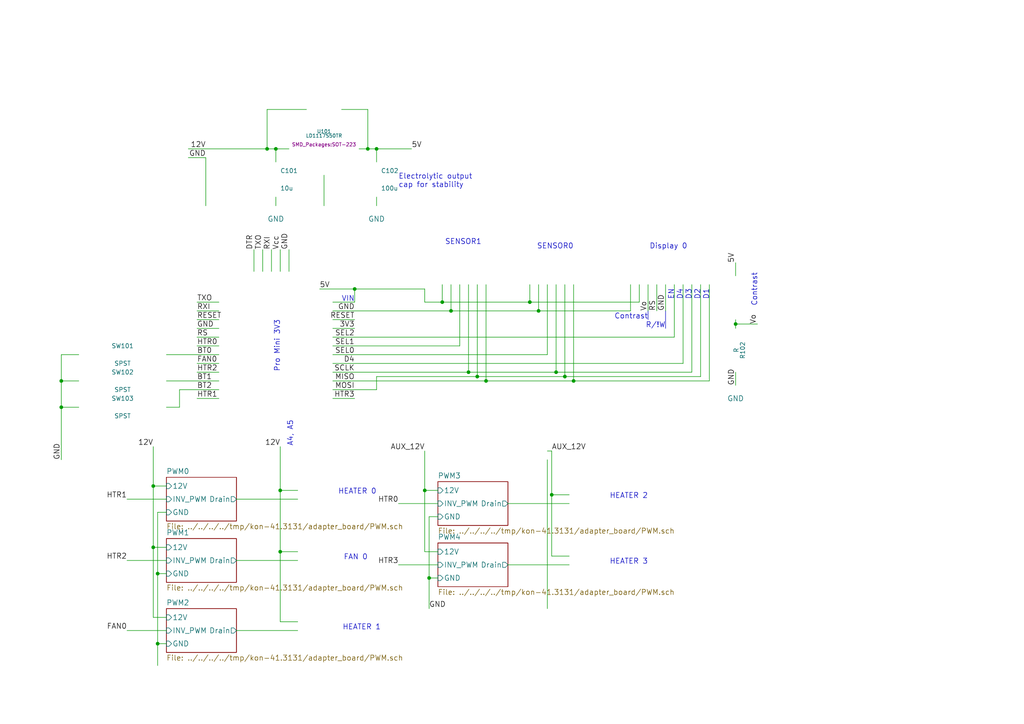
<source format=kicad_sch>
(kicad_sch (version 20230121) (generator eeschema)
  (paper "A4")
  (lib_symbols)
  (junction (at 106.68 43.18))
  (junction (at 45.72 186.69))
  (junction (at 45.72 166.37))
  (junction (at 44.45 158.75))
  (junction (at 153.67 87.63))
  (junction (at 156.21 90.17))
  (junction (at 44.45 140.97))
  (junction (at 163.83 109.22))
  (junction (at 166.37 110.49))
  (junction (at 102.87 83.82))
  (junction (at 140.97 110.49))
  (junction (at 130.81 90.17))
  (junction (at 161.29 107.95))
  (junction (at 17.78 118.11))
  (junction (at 124.46 167.64))
  (junction (at 80.01 43.18))
  (junction (at 123.19 142.24))
  (junction (at 81.28 142.24))
  (junction (at 135.89 107.95))
  (junction (at 138.43 109.22))
  (junction (at 17.78 110.49))
  (junction (at 128.27 87.63))
  (junction (at 109.22 43.18))
  (junction (at 160.02 143.51))
  (junction (at 213.36 93.98))
  (junction (at 77.47 43.18))
  (junction (at 81.28 160.02))
  (wire (pts (xy 76.2 78.74) (xy 76.2 72.39)))
  (wire (pts (xy 63.5 90.17) (xy 57.15 90.17)))
  (wire (pts (xy 86.36 162.56) (xy 68.58 162.56)))
  (wire (pts (xy 213.36 92.71) (xy 213.36 93.98)))
  (wire (pts (xy 59.69 45.72) (xy 59.69 59.69)))
  (wire (pts (xy 73.66 78.74) (xy 73.66 72.39)))
  (wire (pts (xy 102.87 87.63) (xy 102.87 83.82)))
  (wire (pts (xy 96.52 87.63) (xy 102.87 87.63)))
  (wire (pts (xy 45.72 148.59) (xy 45.72 166.37)))
  (wire (pts (xy 63.5 107.95) (xy 57.15 107.95)))
  (wire (pts (xy 163.83 109.22) (xy 203.2 109.22)))
  (wire (pts (xy 102.87 83.82) (xy 123.19 83.82)))
  (wire (pts (xy 190.5 82.55) (xy 190.5 90.17)))
  (wire (pts (xy 48.26 162.56) (xy 36.83 162.56)))
  (wire (pts (xy 128.27 87.63) (xy 128.27 82.55)))
  (wire (pts (xy 81.28 160.02) (xy 86.36 160.02)))
  (wire (pts (xy 138.43 109.22) (xy 163.83 109.22)))
  (wire (pts (xy 123.19 142.24) (xy 123.19 160.02)))
  (wire (pts (xy 96.52 105.41) (xy 198.12 105.41)))
  (wire (pts (xy 96.52 95.25) (xy 102.87 95.25)))
  (wire (pts (xy 80.01 43.18) (xy 80.01 46.99)))
  (wire (pts (xy 124.46 167.64) (xy 124.46 176.53)))
  (wire (pts (xy 78.74 78.74) (xy 78.74 72.39)))
  (wire (pts (xy 77.47 31.75) (xy 77.47 43.18)))
  (wire (pts (xy 96.52 113.03) (xy 109.22 113.03)))
  (wire (pts (xy 213.36 80.01) (xy 213.36 76.2)))
  (wire (pts (xy 166.37 82.55) (xy 166.37 110.49)))
  (wire (pts (xy 138.43 82.55) (xy 138.43 109.22)))
  (wire (pts (xy 213.36 93.98) (xy 219.71 93.98)))
  (wire (pts (xy 160.02 143.51) (xy 160.02 161.29)))
  (wire (pts (xy 213.36 93.98) (xy 213.36 95.25)))
  (wire (pts (xy 96.52 97.79) (xy 195.58 97.79)))
  (wire (pts (xy 158.75 133.35) (xy 158.75 176.53)))
  (wire (pts (xy 48.26 148.59) (xy 45.72 148.59)))
  (wire (pts (xy 158.75 102.87) (xy 158.75 82.55)))
  (polyline (pts (xy 187.96 90.17) (xy 187.96 92.71)))
  (wire (pts (xy 81.28 180.34) (xy 86.36 180.34)))
  (wire (pts (xy 213.36 107.95) (xy 213.36 111.76)))
  (wire (pts (xy 130.81 90.17) (xy 156.21 90.17)))
  (wire (pts (xy 123.19 160.02) (xy 127 160.02)))
  (wire (pts (xy 156.21 90.17) (xy 182.88 90.17)))
  (wire (pts (xy 109.22 57.15) (xy 109.22 59.69)))
  (wire (pts (xy 77.47 43.18) (xy 80.01 43.18)))
  (wire (pts (xy 45.72 186.69) (xy 48.26 186.69)))
  (wire (pts (xy 128.27 87.63) (xy 153.67 87.63)))
  (wire (pts (xy 185.42 87.63) (xy 185.42 82.55)))
  (wire (pts (xy 86.36 142.24) (xy 81.28 142.24)))
  (wire (pts (xy 153.67 87.63) (xy 185.42 87.63)))
  (wire (pts (xy 106.68 43.18) (xy 109.22 43.18)))
  (wire (pts (xy 52.07 118.11) (xy 48.26 118.11)))
  (polyline (pts (xy 193.04 90.17) (xy 193.04 95.25)))
  (wire (pts (xy 54.61 45.72) (xy 59.69 45.72)))
  (wire (pts (xy 96.52 110.49) (xy 140.97 110.49)))
  (wire (pts (xy 45.72 186.69) (xy 45.72 193.04)))
  (wire (pts (xy 52.07 113.03) (xy 52.07 118.11)))
  (wire (pts (xy 92.71 83.82) (xy 102.87 83.82)))
  (wire (pts (xy 17.78 118.11) (xy 17.78 133.35)))
  (wire (pts (xy 160.02 130.81) (xy 158.75 130.81)))
  (wire (pts (xy 63.5 115.57) (xy 57.15 115.57)))
  (wire (pts (xy 130.81 82.55) (xy 130.81 90.17)))
  (wire (pts (xy 86.36 182.88) (xy 68.58 182.88)))
  (wire (pts (xy 48.26 144.78) (xy 36.83 144.78)))
  (wire (pts (xy 161.29 82.55) (xy 161.29 107.95)))
  (wire (pts (xy 48.26 158.75) (xy 44.45 158.75)))
  (wire (pts (xy 109.22 109.22) (xy 138.43 109.22)))
  (wire (pts (xy 133.35 100.33) (xy 133.35 82.55)))
  (wire (pts (xy 44.45 129.54) (xy 44.45 140.97)))
  (wire (pts (xy 123.19 83.82) (xy 123.19 87.63)))
  (wire (pts (xy 106.68 31.75) (xy 99.06 31.75)))
  (wire (pts (xy 140.97 110.49) (xy 166.37 110.49)))
  (wire (pts (xy 86.36 144.78) (xy 68.58 144.78)))
  (wire (pts (xy 160.02 161.29) (xy 165.1 161.29)))
  (wire (pts (xy 200.66 107.95) (xy 200.66 82.55)))
  (wire (pts (xy 48.26 110.49) (xy 63.5 110.49)))
  (wire (pts (xy 106.68 43.18) (xy 106.68 31.75)))
  (wire (pts (xy 63.5 105.41) (xy 57.15 105.41)))
  (wire (pts (xy 96.52 92.71) (xy 102.87 92.71)))
  (wire (pts (xy 81.28 129.54) (xy 81.28 142.24)))
  (wire (pts (xy 165.1 146.05) (xy 147.32 146.05)))
  (wire (pts (xy 63.5 100.33) (xy 57.15 100.33)))
  (wire (pts (xy 127 149.86) (xy 124.46 149.86)))
  (wire (pts (xy 44.45 179.07) (xy 48.26 179.07)))
  (wire (pts (xy 22.86 110.49) (xy 17.78 110.49)))
  (wire (pts (xy 63.5 97.79) (xy 57.15 97.79)))
  (wire (pts (xy 140.97 82.55) (xy 140.97 110.49)))
  (wire (pts (xy 104.14 43.18) (xy 106.68 43.18)))
  (wire (pts (xy 48.26 140.97) (xy 44.45 140.97)))
  (wire (pts (xy 96.52 100.33) (xy 133.35 100.33)))
  (wire (pts (xy 165.1 163.83) (xy 147.32 163.83)))
  (wire (pts (xy 96.52 102.87) (xy 158.75 102.87)))
  (wire (pts (xy 123.19 87.63) (xy 128.27 87.63)))
  (wire (pts (xy 109.22 43.18) (xy 119.38 43.18)))
  (wire (pts (xy 88.9 31.75) (xy 77.47 31.75)))
  (wire (pts (xy 52.07 113.03) (xy 63.5 113.03)))
  (wire (pts (xy 127 142.24) (xy 123.19 142.24)))
  (wire (pts (xy 44.45 158.75) (xy 44.45 179.07)))
  (wire (pts (xy 123.19 130.81) (xy 123.19 142.24)))
  (wire (pts (xy 127 167.64) (xy 124.46 167.64)))
  (wire (pts (xy 163.83 109.22) (xy 163.83 82.55)))
  (wire (pts (xy 124.46 149.86) (xy 124.46 167.64)))
  (wire (pts (xy 109.22 113.03) (xy 109.22 109.22)))
  (wire (pts (xy 160.02 130.81) (xy 160.02 143.51)))
  (wire (pts (xy 135.89 82.55) (xy 135.89 107.95)))
  (wire (pts (xy 205.74 110.49) (xy 205.74 82.55)))
  (wire (pts (xy 135.89 107.95) (xy 161.29 107.95)))
  (wire (pts (xy 80.01 57.15) (xy 80.01 59.69)))
  (wire (pts (xy 96.52 90.17) (xy 130.81 90.17)))
  (wire (pts (xy 63.5 92.71) (xy 57.15 92.71)))
  (wire (pts (xy 182.88 90.17) (xy 182.88 82.55)))
  (wire (pts (xy 22.86 118.11) (xy 17.78 118.11)))
  (wire (pts (xy 17.78 110.49) (xy 17.78 118.11)))
  (wire (pts (xy 54.61 43.18) (xy 77.47 43.18)))
  (wire (pts (xy 44.45 140.97) (xy 44.45 158.75)))
  (wire (pts (xy 96.52 107.95) (xy 135.89 107.95)))
  (wire (pts (xy 81.28 160.02) (xy 81.28 180.34)))
  (wire (pts (xy 127 163.83) (xy 115.57 163.83)))
  (wire (pts (xy 96.52 115.57) (xy 102.87 115.57)))
  (wire (pts (xy 80.01 43.18) (xy 83.82 43.18)))
  (wire (pts (xy 203.2 109.22) (xy 203.2 82.55)))
  (wire (pts (xy 48.26 102.87) (xy 63.5 102.87)))
  (wire (pts (xy 165.1 143.51) (xy 160.02 143.51)))
  (wire (pts (xy 93.98 50.8) (xy 93.98 59.69)))
  (wire (pts (xy 22.86 102.87) (xy 17.78 102.87)))
  (wire (pts (xy 81.28 78.74) (xy 81.28 72.39)))
  (wire (pts (xy 48.26 166.37) (xy 45.72 166.37)))
  (wire (pts (xy 17.78 102.87) (xy 17.78 110.49)))
  (wire (pts (xy 166.37 110.49) (xy 205.74 110.49)))
  (wire (pts (xy 83.82 78.74) (xy 83.82 72.39)))
  (wire (pts (xy 153.67 82.55) (xy 153.67 87.63)))
  (wire (pts (xy 48.26 182.88) (xy 36.83 182.88)))
  (wire (pts (xy 195.58 97.79) (xy 195.58 82.55)))
  (wire (pts (xy 187.96 82.55) (xy 187.96 90.17)))
  (wire (pts (xy 193.04 82.55) (xy 193.04 90.17)))
  (wire (pts (xy 127 146.05) (xy 115.57 146.05)))
  (wire (pts (xy 63.5 87.63) (xy 57.15 87.63)))
  (wire (pts (xy 161.29 107.95) (xy 200.66 107.95)))
  (wire (pts (xy 198.12 105.41) (xy 198.12 82.55)))
  (wire (pts (xy 156.21 82.55) (xy 156.21 90.17)))
  (wire (pts (xy 109.22 43.18) (xy 109.22 46.99)))
  (wire (pts (xy 45.72 166.37) (xy 45.72 186.69)))
  (wire (pts (xy 63.5 95.25) (xy 57.15 95.25)))
  (wire (pts (xy 81.28 142.24) (xy 81.28 160.02)))
  (text "HEATER 0" (at 109.22 143.51 0) (effects (font (size 1.524 1.524)) (justify right bottom)))
  (text "FAN 0" (at 106.68 162.56 0) (effects (font (size 1.524 1.524)) (justify right bottom)))
  (text "Electrolytic output\ncap for stability" (at 115.57 54.61 0) (effects (font (size 1.524 1.524)) (justify left bottom)))
  (text "Contrast" (at 187.96 92.71 0) (effects (font (size 1.524 1.524)) (justify right bottom)))
  (text "SENSOR1" (at 139.7 71.12 0) (effects (font (size 1.524 1.524)) (justify right bottom)))
  (text "HEATER 2" (at 187.96 144.78 0) (effects (font (size 1.524 1.524)) (justify right bottom)))
  (text "D3" (at 200.66 83.82 90) (effects (font (size 1.524 1.524)) (justify right bottom)))
  (text "D1" (at 205.74 83.82 90) (effects (font (size 1.524 1.524)) (justify right bottom)))
  (text "SENSOR0" (at 166.37 72.39 0) (effects (font (size 1.524 1.524)) (justify right bottom)))
  (text "VIN" (at 99.06 87.63 0) (effects (font (size 1.524 1.524)) (justify left bottom)))
  (text "HEATER 1" (at 110.49 182.88 0) (effects (font (size 1.524 1.524)) (justify right bottom)))
  (text "HEATER 3" (at 187.96 163.83 0) (effects (font (size 1.524 1.524)) (justify right bottom)))
  (text "D4" (at 198.12 83.82 90) (effects (font (size 1.524 1.524)) (justify right bottom)))
  (text "A4, A5" (at 85.09 121.92 90) (effects (font (size 1.524 1.524)) (justify right bottom)))
  (text "EN" (at 195.58 83.82 90) (effects (font (size 1.524 1.524)) (justify right bottom)))
  (text "Contrast" (at 219.71 88.9 90) (effects (font (size 1.524 1.524)) (justify left bottom)))
  (text "Display 0" (at 199.39 72.39 0) (effects (font (size 1.524 1.524)) (justify right bottom)))
  (text "Pro Mini 3V3" (at 81.28 107.95 90) (effects (font (size 1.524 1.524)) (justify left bottom)))
  (text "R/!W" (at 193.04 95.25 0) (effects (font (size 1.524 1.524)) (justify right bottom)))
  (text "D2" (at 203.2 83.82 90) (effects (font (size 1.524 1.524)) (justify right bottom)))
  (label "RXI" (at 57.15 90.17 0) (effects (font (size 1.524 1.524))))
  (label "5V" (at 119.38 43.18 0) (effects (font (size 1.524 1.524))))
  (label "AUX_12V" (at 123.19 130.81 180) (effects (font (size 1.524 1.524))))
  (label "RESET" (at 102.87 92.71 180) (effects (font (size 1.524 1.524))))
  (label "HTR0" (at 115.57 146.05 180) (effects (font (size 1.524 1.524))))
  (label "3V3" (at 102.87 95.25 180) (effects (font (size 1.524 1.524))))
  (label "RESET" (at 57.15 92.71 0) (effects (font (size 1.524 1.524))))
  (label "Vo" (at 187.96 90.17 90) (effects (font (size 1.524 1.524))))
  (label "AUX_12V" (at 160.02 130.81 0) (effects (font (size 1.524 1.524))))
  (label "TXO" (at 76.2 72.39 90) (effects (font (size 1.524 1.524))))
  (label "GND" (at 57.15 95.25 0) (effects (font (size 1.524 1.524))))
  (label "MISO" (at 102.87 110.49 180) (effects (font (size 1.524 1.524))))
  (label "Vo" (at 219.71 93.98 90) (effects (font (size 1.524 1.524))))
  (label "12V" (at 81.28 129.54 180) (effects (font (size 1.524 1.524))))
  (label "SEL1" (at 102.87 100.33 180) (effects (font (size 1.524 1.524))))
  (label "12V" (at 59.69 43.18 180) (effects (font (size 1.524 1.524))))
  (label "HTR1" (at 36.83 144.78 180) (effects (font (size 1.524 1.524))))
  (label "BT0" (at 57.15 102.87 0) (effects (font (size 1.524 1.524))))
  (label "HTR2" (at 57.15 107.95 0) (effects (font (size 1.524 1.524))))
  (label "SCLK" (at 102.87 107.95 180) (effects (font (size 1.524 1.524))))
  (label "DTR" (at 73.66 72.39 90) (effects (font (size 1.524 1.524))))
  (label "Vcc" (at 81.28 72.39 90) (effects (font (size 1.524 1.524))))
  (label "TXO" (at 57.15 87.63 0) (effects (font (size 1.524 1.524))))
  (label "D4" (at 102.87 105.41 180) (effects (font (size 1.524 1.524))))
  (label "MOSI" (at 102.87 113.03 180) (effects (font (size 1.524 1.524))))
  (label "HTR1" (at 57.15 115.57 0) (effects (font (size 1.524 1.524))))
  (label "BT1" (at 57.15 110.49 0) (effects (font (size 1.524 1.524))))
  (label "GND" (at 124.46 176.53 0) (effects (font (size 1.524 1.524))))
  (label "HTR3" (at 102.87 115.57 180) (effects (font (size 1.524 1.524))))
  (label "GND" (at 17.78 133.35 90) (effects (font (size 1.524 1.524))))
  (label "HTR0" (at 57.15 100.33 0) (effects (font (size 1.524 1.524))))
  (label "GND" (at 102.87 90.17 180) (effects (font (size 1.524 1.524))))
  (label "5V" (at 92.71 83.82 0) (effects (font (size 1.524 1.524))))
  (label "FAN0" (at 36.83 182.88 180) (effects (font (size 1.524 1.524))))
  (label "HTR3" (at 115.57 163.83 180) (effects (font (size 1.524 1.524))))
  (label "RS" (at 57.15 97.79 0) (effects (font (size 1.524 1.524))))
  (label "SEL0" (at 102.87 102.87 180) (effects (font (size 1.524 1.524))))
  (label "GND" (at 83.82 72.39 90) (effects (font (size 1.524 1.524))))
  (label "HTR2" (at 36.83 162.56 180) (effects (font (size 1.524 1.524))))
  (label "GND" (at 213.36 111.76 90) (effects (font (size 1.524 1.524))))
  (label "RS" (at 190.5 90.17 90) (effects (font (size 1.524 1.524))))
  (label "RXI" (at 78.74 72.39 90) (effects (font (size 1.524 1.524))))
  (label "5V" (at 213.36 76.2 90) (effects (font (size 1.524 1.524))))
  (label "FAN0" (at 57.15 105.41 0) (effects (font (size 1.524 1.524))))
  (label "GND" (at 193.04 90.17 90) (effects (font (size 1.524 1.524))))
  (label "GND" (at 59.69 45.72 180) (effects (font (size 1.524 1.524))))
  (label "SEL2" (at 102.87 97.79 180) (effects (font (size 1.524 1.524))))
  (label "BT2" (at 57.15 113.03 0) (effects (font (size 1.524 1.524))))
  (label "12V" (at 44.45 129.54 180) (effects (font (size 1.524 1.524))))
  (symbol (lib_id "CONN_01X12") (at 68.58 101.6 0) (unit 1)
    (property "Reference" "P101" (at 68.58 85.09 0))
    (property "Value" "CONN_01X12" (at 71.12 101.6 90))
    (property "Footprint" "Pin_Headers:Pin_Header_Straight_1x12" (effects hide))
  )
  (symbol (lib_id "CONN_01X12") (at 91.44 101.6 180) (unit 1)
    (property "Reference" "P103" (at 91.44 118.11 0))
    (property "Value" "CONN_01X12" (at 88.9 101.6 90))
    (property "Footprint" "Pin_Headers:Pin_Header_Straight_1x12" (effects hide))
  )
  (symbol (lib_id "CONN_01X06") (at 80.01 83.82 270) (unit 1)
    (property "Reference" "P102" (at 88.9 83.82 0))
    (property "Value" "CONN_01X06" (at 80.01 86.36 90))
    (property "Footprint" "Pin_Headers:Pin_Header_Straight_1x06" (effects hide))
  )
  (symbol (lib_id "CONN_01X02") (at 49.53 44.45 180) (unit 1)
    (property "Reference" "P108" (at 49.53 48.26 0))
    (property "Value" "CONN_01X02" (at 45.72 44.45 90))
    (property "Footprint" "Pin_Headers:Pin_Header_Straight_1x02" (effects hide))
  )
  (symbol (lib_id "CONN_01X06") (at 134.62 77.47 90) (unit 1)
    (property "Reference" "P110" (at 125.73 77.47 0))
    (property "Value" "CONN_01X06" (at 134.62 74.93 90))
    (property "Footprint" "Pin_Headers:Pin_Header_Straight_1x06" (effects hide))
  )
  (symbol (lib_id "CONN_01X06") (at 160.02 77.47 90) (unit 1)
    (property "Reference" "P113" (at 151.13 77.47 0))
    (property "Value" "CONN_01X06" (at 160.02 74.93 90))
    (property "Footprint" "Pin_Headers:Pin_Header_Straight_1x06" (effects hide))
  )
  (symbol (lib_id "CONN_01X02") (at 91.44 143.51 0) (unit 1)
    (property "Reference" "P105" (at 91.44 139.7 0))
    (property "Value" "CONN_01X02" (at 95.25 143.51 90))
    (property "Footprint" "Pin_Headers:Pin_Header_Straight_1x02" (effects hide))
  )
  (symbol (lib_id "CONN_01X02") (at 91.44 161.29 0) (unit 1)
    (property "Reference" "P106" (at 91.44 157.48 0))
    (property "Value" "CONN_01X02" (at 95.25 161.29 90))
    (property "Footprint" "Pin_Headers:Pin_Header_Straight_1x02" (effects hide))
  )
  (symbol (lib_id "CONN_01X02") (at 91.44 181.61 0) (unit 1)
    (property "Reference" "P107" (at 91.44 177.8 0))
    (property "Value" "CONN_01X02" (at 95.25 181.61 90))
    (property "Footprint" "Pin_Headers:Pin_Header_Straight_1x02" (effects hide))
  )
  (symbol (lib_id "CONN_01X02") (at 170.18 144.78 0) (unit 1)
    (property "Reference" "P111" (at 170.18 140.97 0))
    (property "Value" "CONN_01X02" (at 173.99 144.78 90))
    (property "Footprint" "Pin_Headers:Pin_Header_Straight_1x02" (effects hide))
  )
  (symbol (lib_id "CONN_01X02") (at 170.18 162.56 0) (unit 1)
    (property "Reference" "P112" (at 170.18 158.75 0))
    (property "Value" "CONN_01X02" (at 173.99 162.56 90))
    (property "Footprint" "Pin_Headers:Pin_Header_Straight_1x02" (effects hide))
  )
  (symbol (lib_id "CONN_01X10") (at 194.31 77.47 90) (unit 1)
    (property "Reference" "P115" (at 180.34 77.47 0))
    (property "Value" "CONN_01X10" (at 194.31 74.93 90))
    (property "Footprint" "Pin_Headers:Pin_Header_Straight_1x10" (effects hide))
  )
  (symbol (lib_id "R") (at 213.36 101.6 0) (unit 1)
    (property "Reference" "R102" (at 215.392 101.6 90))
    (property "Value" "R" (at 213.5378 101.5746 90))
    (property "Footprint" "Resistors_SMD:R_0805_HandSoldering" (effects hide))
  )
  (symbol (lib_id "R") (at 213.36 86.36 0) (unit 1)
    (property "Reference" "R101" (at 215.392 86.36 90))
    (property "Value" "R" (at 213.5378 86.3346 90))
    (property "Footprint" "Resistors_SMD:R_0805_HandSoldering" (effects hide))
  )
  (symbol (lib_id "SPST") (at 35.56 102.87 0) (unit 1)
    (property "Reference" "SW101" (at 35.56 100.33 0))
    (property "Value" "SPST" (at 35.56 105.41 0))
    (property "Footprint" "SMD_Switches:SW_SPST_PTS645" (effects hide))
  )
  (symbol (lib_id "SPST") (at 35.56 110.49 0) (unit 1)
    (property "Reference" "SW102" (at 35.56 107.95 0))
    (property "Value" "SPST" (at 35.56 113.03 0))
    (property "Footprint" "SMD_Switches:SW_SPST_PTS645" (effects hide))
  )
  (symbol (lib_id "SPST") (at 35.56 118.11 0) (unit 1)
    (property "Reference" "SW103" (at 35.56 115.57 0))
    (property "Value" "SPST" (at 35.56 120.65 0))
    (property "Footprint" "SMD_Switches:SW_SPST_PTS645" (effects hide))
  )
  (symbol (lib_id "LD1117S50TR") (at 93.98 44.45 0) (unit 1)
    (property "Reference" "U101" (at 93.98 38.1 0) (effects (font (size 1.016 1.016))))
    (property "Value" "LD1117S50TR" (at 93.98 39.37 0) (effects (font (size 1.016 1.016))))
    (property "Footprint" "SMD_Packages:SOT-223" (at 93.98 41.91 0) (effects (font (size 1.016 1.016))))
  )
  (symbol (lib_id "GND") (at 93.98 59.69 0) (unit 1)
    (property "Reference" "#PWR01" (effects hide))
    (property "Value" "GND" (at 93.98 63.5 0) (effects (font (size 1.524 1.524))))
  )
  (symbol (lib_id "GND") (at 124.46 176.53 0) (unit 1)
    (property "Reference" "#PWR02" (effects hide))
    (property "Value" "GND" (at 124.46 180.34 0) (effects (font (size 1.524 1.524))))
  )
  (symbol (lib_id "GND") (at 45.72 193.04 0) (unit 1)
    (property "Reference" "#PWR03" (effects hide))
    (property "Value" "GND" (at 45.72 196.85 0) (effects (font (size 1.524 1.524))))
  )
  (symbol (lib_id "GND") (at 17.78 133.35 0) (unit 1)
    (property "Reference" "#PWR04" (effects hide))
    (property "Value" "GND" (at 17.78 137.16 0) (effects (font (size 1.524 1.524))))
  )
  (symbol (lib_id "GND") (at 59.69 59.69 0) (unit 1)
    (property "Reference" "#PWR05" (effects hide))
    (property "Value" "GND" (at 59.69 63.5 0) (effects (font (size 1.524 1.524))))
  )
  (symbol (lib_id "C") (at 80.01 52.07 0) (unit 1)
    (property "Reference" "C101" (at 81.28 49.53 0) (effects (justify left)))
    (property "Value" "10u" (at 81.28 54.61 0) (effects (justify left)))
    (property "Footprint" "SMD_Capacitors:c_elec_4x5.3" (effects hide))
  )
  (symbol (lib_id "GND") (at 80.01 59.69 0) (unit 1)
    (property "Reference" "#PWR06" (effects hide))
    (property "Value" "GND" (at 80.01 63.5 0) (effects (font (size 1.524 1.524))))
  )
  (symbol (lib_id "C") (at 109.22 52.07 0) (unit 1)
    (property "Reference" "C102" (at 110.49 49.53 0) (effects (justify left)))
    (property "Value" "100u" (at 110.49 54.61 0) (effects (justify left)))
    (property "Footprint" "SMD_Capacitors:c_elec_5x5.8" (effects hide))
  )
  (symbol (lib_id "GND") (at 109.22 59.69 0) (unit 1)
    (property "Reference" "#PWR07" (effects hide))
    (property "Value" "GND" (at 109.22 63.5 0) (effects (font (size 1.524 1.524))))
  )
  (symbol (lib_id "DIODESCH") (at 93.98 31.75 180) (unit 1)
    (property "Reference" "D101" (at 93.98 34.29 0))
    (property "Value" "DIODESCH" (at 93.98 29.21 0))
    (property "Footprint" "smd_diodes:SMA_WAVE" (effects hide))
  )
  (symbol (lib_id "CONN_01X02") (at 153.67 132.08 180) (unit 1)
    (property "Reference" "P104" (at 153.67 135.89 0))
    (property "Value" "CONN_01X02" (at 149.86 132.08 90))
    (property "Footprint" "Pin_Headers:Pin_Header_Straight_1x02" (effects hide))
  )
  (symbol (lib_id "GND") (at 158.75 176.53 0) (unit 1)
    (property "Reference" "#PWR08" (effects hide))
    (property "Value" "GND" (at 158.75 180.34 0) (effects (font (size 1.524 1.524))))
  )
  (symbol (lib_id "GND") (at 213.36 111.76 0) (unit 1)
    (property "Reference" "#PWR09" (effects hide))
    (property "Value" "GND" (at 213.36 115.57 0) (effects (font (size 1.524 1.524))))
  )
  (symbol (lib_id "OPEN_HARDWARE_2") (at 209.55 146.05 0) (unit 1)
    (property "Reference" "LOGO101" (at 209.55 133.35 0) (effects (font (size 1.524 1.524))))
    (property "Value" "OPEN_HARDWARE_2" (at 209.55 157.48 0) (effects (font (size 1.524 1.524))))
    (property "Footprint" "Symbols:Symbol_OSHW-Logo_SilkScreen_BIG" (effects hide))
  )
  (sheet (at 48.26 138.43) (size 20.32 12.7)
    (property "Sheetname" "PWM0" (at 48.26 137.5914 0) (effects (font (size 1.524 1.524)) (justify left bottom)))
    (property "Sheetfile" "../../../../tmp/kon-41.3131/adapter_board/PWM.sch" (at 48.26 151.8162 0) (effects (font (size 1.524 1.524)) (justify left top)))
    (pin "GND" input (at 48.26 148.59 180) (effects (font (size 1.524 1.524))))
    (pin "12V" input (at 48.26 140.97 180) (effects (font (size 1.524 1.524))))
    (pin "INV_PWM" input (at 48.26 144.78 180) (effects (font (size 1.524 1.524))))
    (pin "Drain" output (at 68.58 144.78 0) (effects (font (size 1.524 1.524))))
  )
  (sheet (at 48.26 156.21) (size 20.32 12.7)
    (property "Sheetname" "PWM1" (at 48.26 155.3714 0) (effects (font (size 1.524 1.524)) (justify left bottom)))
    (property "Sheetfile" "../../../../tmp/kon-41.3131/adapter_board/PWM.sch" (at 48.26 169.5962 0) (effects (font (size 1.524 1.524)) (justify left top)))
    (pin "GND" input (at 48.26 166.37 180) (effects (font (size 1.524 1.524))))
    (pin "12V" input (at 48.26 158.75 180) (effects (font (size 1.524 1.524))))
    (pin "INV_PWM" input (at 48.26 162.56 180) (effects (font (size 1.524 1.524))))
    (pin "Drain" output (at 68.58 162.56 0) (effects (font (size 1.524 1.524))))
  )
  (sheet (at 48.26 176.53) (size 20.32 12.7)
    (property "Sheetname" "PWM2" (at 48.26 175.6914 0) (effects (font (size 1.524 1.524)) (justify left bottom)))
    (property "Sheetfile" "../../../../tmp/kon-41.3131/adapter_board/PWM.sch" (at 48.26 189.9162 0) (effects (font (size 1.524 1.524)) (justify left top)))
    (pin "GND" input (at 48.26 186.69 180) (effects (font (size 1.524 1.524))))
    (pin "12V" input (at 48.26 179.07 180) (effects (font (size 1.524 1.524))))
    (pin "INV_PWM" input (at 48.26 182.88 180) (effects (font (size 1.524 1.524))))
    (pin "Drain" output (at 68.58 182.88 0) (effects (font (size 1.524 1.524))))
  )
  (sheet (at 127 139.7) (size 20.32 12.7)
    (property "Sheetname" "PWM3" (at 127 138.8614 0) (effects (font (size 1.524 1.524)) (justify left bottom)))
    (property "Sheetfile" "../../../../tmp/kon-41.3131/adapter_board/PWM.sch" (at 127 153.0862 0) (effects (font (size 1.524 1.524)) (justify left top)))
    (pin "GND" input (at 127 149.86 180) (effects (font (size 1.524 1.524))))
    (pin "12V" input (at 127 142.24 180) (effects (font (size 1.524 1.524))))
    (pin "INV_PWM" input (at 127 146.05 180) (effects (font (size 1.524 1.524))))
    (pin "Drain" output (at 147.32 146.05 0) (effects (font (size 1.524 1.524))))
  )
  (sheet (at 127 157.48) (size 20.32 12.7)
    (property "Sheetname" "PWM4" (at 127 156.6414 0) (effects (font (size 1.524 1.524)) (justify left bottom)))
    (property "Sheetfile" "../../../../tmp/kon-41.3131/adapter_board/PWM.sch" (at 127 170.8662 0) (effects (font (size 1.524 1.524)) (justify left top)))
    (pin "GND" input (at 127 167.64 180) (effects (font (size 1.524 1.524))))
    (pin "12V" input (at 127 160.02 180) (effects (font (size 1.524 1.524))))
    (pin "INV_PWM" input (at 127 163.83 180) (effects (font (size 1.524 1.524))))
    (pin "Drain" output (at 147.32 163.83 0) (effects (font (size 1.524 1.524))))
  )
)
</source>
